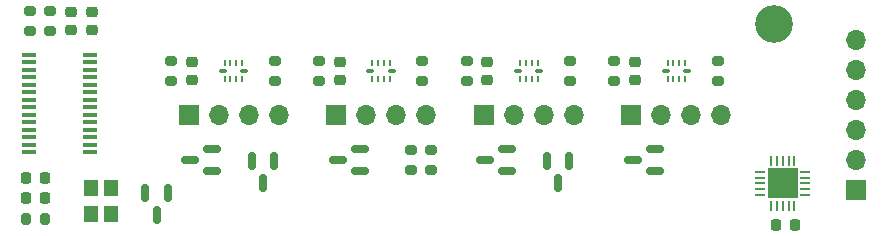
<source format=gbr>
%TF.GenerationSoftware,KiCad,Pcbnew,7.0.11-7.0.11~ubuntu22.04.1*%
%TF.CreationDate,2025-05-05T15:28:32+03:00*%
%TF.ProjectId,USB_Magic_Hub,5553425f-4d61-4676-9963-5f4875622e6b,rev?*%
%TF.SameCoordinates,PXc65d40PYc65d40*%
%TF.FileFunction,Soldermask,Top*%
%TF.FilePolarity,Negative*%
%FSLAX46Y46*%
G04 Gerber Fmt 4.6, Leading zero omitted, Abs format (unit mm)*
G04 Created by KiCad (PCBNEW 7.0.11-7.0.11~ubuntu22.04.1) date 2025-05-05 15:28:32*
%MOMM*%
%LPD*%
G01*
G04 APERTURE LIST*
G04 Aperture macros list*
%AMRoundRect*
0 Rectangle with rounded corners*
0 $1 Rounding radius*
0 $2 $3 $4 $5 $6 $7 $8 $9 X,Y pos of 4 corners*
0 Add a 4 corners polygon primitive as box body*
4,1,4,$2,$3,$4,$5,$6,$7,$8,$9,$2,$3,0*
0 Add four circle primitives for the rounded corners*
1,1,$1+$1,$2,$3*
1,1,$1+$1,$4,$5*
1,1,$1+$1,$6,$7*
1,1,$1+$1,$8,$9*
0 Add four rect primitives between the rounded corners*
20,1,$1+$1,$2,$3,$4,$5,0*
20,1,$1+$1,$4,$5,$6,$7,0*
20,1,$1+$1,$6,$7,$8,$9,0*
20,1,$1+$1,$8,$9,$2,$3,0*%
G04 Aperture macros list end*
%ADD10RoundRect,0.225000X-0.225000X-0.250000X0.225000X-0.250000X0.225000X0.250000X-0.225000X0.250000X0*%
%ADD11RoundRect,0.200000X-0.275000X0.200000X-0.275000X-0.200000X0.275000X-0.200000X0.275000X0.200000X0*%
%ADD12RoundRect,0.150000X-0.150000X0.587500X-0.150000X-0.587500X0.150000X-0.587500X0.150000X0.587500X0*%
%ADD13RoundRect,0.062500X-0.362500X-0.062500X0.362500X-0.062500X0.362500X0.062500X-0.362500X0.062500X0*%
%ADD14RoundRect,0.062500X-0.062500X-0.362500X0.062500X-0.362500X0.062500X0.362500X-0.062500X0.362500X0*%
%ADD15R,2.600000X2.600000*%
%ADD16RoundRect,0.150000X0.587500X0.150000X-0.587500X0.150000X-0.587500X-0.150000X0.587500X-0.150000X0*%
%ADD17R,1.200000X0.400000*%
%ADD18RoundRect,0.225000X0.250000X-0.225000X0.250000X0.225000X-0.250000X0.225000X-0.250000X-0.225000X0*%
%ADD19R,1.700000X1.700000*%
%ADD20O,1.700000X1.700000*%
%ADD21RoundRect,0.050000X-0.075000X0.225000X-0.075000X-0.225000X0.075000X-0.225000X0.075000X0.225000X0*%
%ADD22RoundRect,0.050000X-0.050000X0.225000X-0.050000X-0.225000X0.050000X-0.225000X0.050000X0.225000X0*%
%ADD23RoundRect,0.050000X-0.250000X0.100000X-0.250000X-0.100000X0.250000X-0.100000X0.250000X0.100000X0*%
%ADD24RoundRect,0.225000X0.225000X0.250000X-0.225000X0.250000X-0.225000X-0.250000X0.225000X-0.250000X0*%
%ADD25RoundRect,0.200000X0.200000X0.275000X-0.200000X0.275000X-0.200000X-0.275000X0.200000X-0.275000X0*%
%ADD26R,1.200000X1.400000*%
%ADD27C,3.200000*%
G04 APERTURE END LIST*
D10*
%TO.C,C4*%
X3725000Y-17000000D03*
X5275000Y-17000000D03*
%TD*%
D11*
%TO.C,R12*%
X37250000Y-7175000D03*
X37250000Y-8825000D03*
%TD*%
D12*
%TO.C,Q5*%
X15700000Y-18312500D03*
X13800000Y-18312500D03*
X14750000Y-20187500D03*
%TD*%
%TO.C,D1*%
X24700000Y-15562500D03*
X22800000Y-15562500D03*
X23750000Y-17437500D03*
%TD*%
D13*
%TO.C,U4*%
X65825000Y-16500000D03*
X65825000Y-17000000D03*
X65825000Y-17500000D03*
X65825000Y-18000000D03*
X65825000Y-18500000D03*
D14*
X66750000Y-19425000D03*
X67250000Y-19425000D03*
X67750000Y-19425000D03*
X68250000Y-19425000D03*
X68750000Y-19425000D03*
D13*
X69675000Y-18500000D03*
X69675000Y-18000000D03*
X69675000Y-17500000D03*
X69675000Y-17000000D03*
X69675000Y-16500000D03*
D14*
X68750000Y-15575000D03*
X68250000Y-15575000D03*
X67750000Y-15575000D03*
X67250000Y-15575000D03*
X66750000Y-15575000D03*
D15*
X67750000Y-17500000D03*
%TD*%
D11*
%TO.C,R4*%
X36250000Y-14675000D03*
X36250000Y-16325000D03*
%TD*%
D16*
%TO.C,Q3*%
X31937500Y-16450000D03*
X31937500Y-14550000D03*
X30062500Y-15500000D03*
%TD*%
D11*
%TO.C,R9*%
X49750000Y-7175000D03*
X49750000Y-8825000D03*
%TD*%
%TO.C,R13*%
X24750000Y-7175000D03*
X24750000Y-8825000D03*
%TD*%
D17*
%TO.C,U1*%
X9100000Y-14877500D03*
X9100000Y-14242500D03*
X9100000Y-13607500D03*
X9100000Y-12972500D03*
X9100000Y-12337500D03*
X9100000Y-11702500D03*
X9100000Y-11067500D03*
X9100000Y-10432500D03*
X9100000Y-9797500D03*
X9100000Y-9162500D03*
X9100000Y-8527500D03*
X9100000Y-7892500D03*
X9100000Y-7257500D03*
X9100000Y-6622500D03*
X3900000Y-6622500D03*
X3900000Y-7257500D03*
X3900000Y-7892500D03*
X3900000Y-8527500D03*
X3900000Y-9162500D03*
X3900000Y-9797500D03*
X3900000Y-10432500D03*
X3900000Y-11067500D03*
X3900000Y-11702500D03*
X3900000Y-12337500D03*
X3900000Y-12972500D03*
X3900000Y-13607500D03*
X3900000Y-14242500D03*
X3900000Y-14877500D03*
%TD*%
D11*
%TO.C,R1*%
X4000000Y-2925000D03*
X4000000Y-4575000D03*
%TD*%
%TO.C,R10*%
X16000000Y-7175000D03*
X16000000Y-8825000D03*
%TD*%
D18*
%TO.C,C9*%
X17750000Y-8775000D03*
X17750000Y-7225000D03*
%TD*%
D19*
%TO.C,J1*%
X54950000Y-11750000D03*
D20*
X57490000Y-11750000D03*
X60030000Y-11750000D03*
X62570000Y-11750000D03*
%TD*%
D10*
%TO.C,C3*%
X3725000Y-18750000D03*
X5275000Y-18750000D03*
%TD*%
D11*
%TO.C,R2*%
X5750000Y-2925000D03*
X5750000Y-4575000D03*
%TD*%
D16*
%TO.C,Q1*%
X56937500Y-16450000D03*
X56937500Y-14550000D03*
X55062500Y-15500000D03*
%TD*%
D19*
%TO.C,J2*%
X42450000Y-11750000D03*
D20*
X44990000Y-11750000D03*
X47530000Y-11750000D03*
X50070000Y-11750000D03*
%TD*%
D12*
%TO.C,D2*%
X49700000Y-15562500D03*
X47800000Y-15562500D03*
X48750000Y-17437500D03*
%TD*%
D21*
%TO.C,U3*%
X47000000Y-7325000D03*
D22*
X46500000Y-7325000D03*
X46000000Y-7325000D03*
D21*
X45500000Y-7325000D03*
D23*
X45350000Y-8000000D03*
D21*
X45500000Y-8675000D03*
D22*
X46000000Y-8675000D03*
X46500000Y-8675000D03*
D21*
X47000000Y-8675000D03*
D23*
X47150000Y-8000000D03*
%TD*%
D24*
%TO.C,C7*%
X68775000Y-21000000D03*
X67225000Y-21000000D03*
%TD*%
D18*
%TO.C,C8*%
X30250000Y-8775000D03*
X30250000Y-7225000D03*
%TD*%
D11*
%TO.C,R3*%
X38000000Y-14675000D03*
X38000000Y-16325000D03*
%TD*%
D25*
%TO.C,R11*%
X5325000Y-20500000D03*
X3675000Y-20500000D03*
%TD*%
D19*
%TO.C,J3*%
X29950000Y-11750000D03*
D20*
X32490000Y-11750000D03*
X35030000Y-11750000D03*
X37570000Y-11750000D03*
%TD*%
D19*
%TO.C,J4*%
X74000000Y-18100000D03*
D20*
X74000000Y-15560000D03*
X74000000Y-13020000D03*
X74000000Y-10480000D03*
X74000000Y-7940000D03*
X74000000Y-5400000D03*
%TD*%
D18*
%TO.C,C5*%
X9250000Y-4525000D03*
X9250000Y-2975000D03*
%TD*%
D11*
%TO.C,R5*%
X62250000Y-7175000D03*
X62250000Y-8825000D03*
%TD*%
D16*
%TO.C,Q4*%
X19437500Y-16450000D03*
X19437500Y-14550000D03*
X17562500Y-15500000D03*
%TD*%
D26*
%TO.C,Y1*%
X9150000Y-17900000D03*
X9150000Y-20100000D03*
X10850000Y-20100000D03*
X10850000Y-17900000D03*
%TD*%
D16*
%TO.C,Q2*%
X44437500Y-16450000D03*
X44437500Y-14550000D03*
X42562500Y-15500000D03*
%TD*%
D21*
%TO.C,U5*%
X34500000Y-7325000D03*
D22*
X34000000Y-7325000D03*
X33500000Y-7325000D03*
D21*
X33000000Y-7325000D03*
D23*
X32850000Y-8000000D03*
D21*
X33000000Y-8675000D03*
D22*
X33500000Y-8675000D03*
X34000000Y-8675000D03*
D21*
X34500000Y-8675000D03*
D23*
X34650000Y-8000000D03*
%TD*%
D19*
%TO.C,J5*%
X17450000Y-11750000D03*
D20*
X19990000Y-11750000D03*
X22530000Y-11750000D03*
X25070000Y-11750000D03*
%TD*%
D21*
%TO.C,U2*%
X59500000Y-7325000D03*
D22*
X59000000Y-7325000D03*
X58500000Y-7325000D03*
D21*
X58000000Y-7325000D03*
D23*
X57850000Y-8000000D03*
D21*
X58000000Y-8675000D03*
D22*
X58500000Y-8675000D03*
X59000000Y-8675000D03*
D21*
X59500000Y-8675000D03*
D23*
X59650000Y-8000000D03*
%TD*%
D11*
%TO.C,R6*%
X53500000Y-7175000D03*
X53500000Y-8825000D03*
%TD*%
%TO.C,R7*%
X41000000Y-7175000D03*
X41000000Y-8825000D03*
%TD*%
D18*
%TO.C,C2*%
X55250000Y-8775000D03*
X55250000Y-7225000D03*
%TD*%
D11*
%TO.C,R8*%
X28500000Y-7175000D03*
X28500000Y-8825000D03*
%TD*%
D21*
%TO.C,U6*%
X22000000Y-7325000D03*
D22*
X21500000Y-7325000D03*
X21000000Y-7325000D03*
D21*
X20500000Y-7325000D03*
D23*
X20350000Y-8000000D03*
D21*
X20500000Y-8675000D03*
D22*
X21000000Y-8675000D03*
X21500000Y-8675000D03*
D21*
X22000000Y-8675000D03*
D23*
X22150000Y-8000000D03*
%TD*%
D27*
%TO.C,H1*%
X67000000Y-4000000D03*
%TD*%
D18*
%TO.C,C6*%
X42750000Y-8775000D03*
X42750000Y-7225000D03*
%TD*%
%TO.C,C1*%
X7500000Y-4525000D03*
X7500000Y-2975000D03*
%TD*%
M02*

</source>
